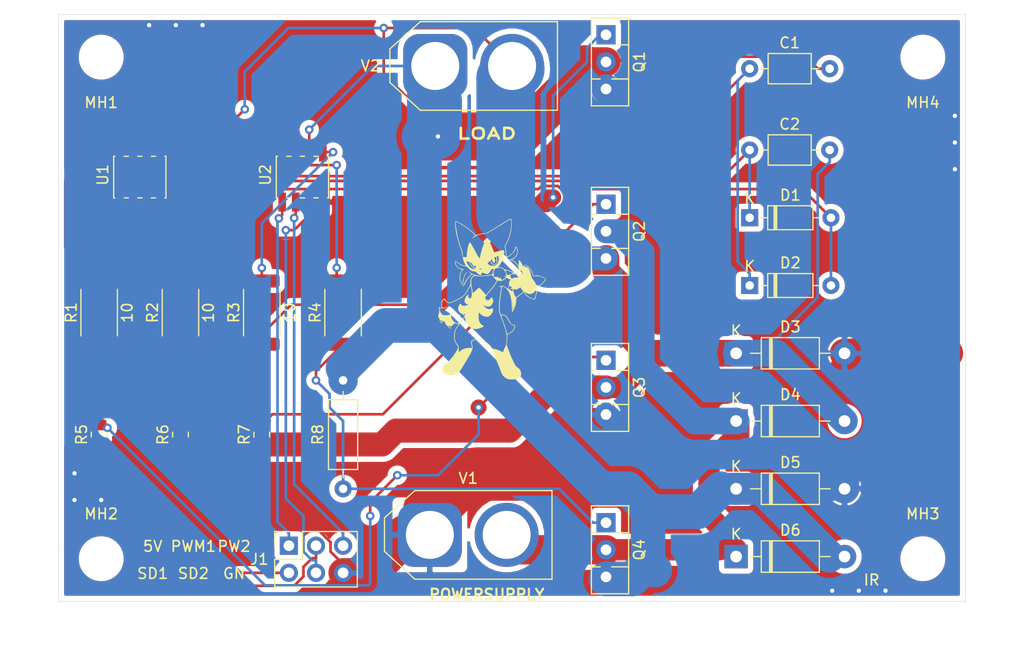
<source format=kicad_pcb>
(kicad_pcb (version 20171130) (host pcbnew "(5.1.10)-1")
  (title_block (date 2022-12-08))
  (layers (0 F.Cu signal) (31 B.Cu signal) (34 B.Paste user) (35 F.Paste user) (36 B.SilkS user) (37 F.SilkS user) (38 B.Mask user) (39 F.Mask user) (44 Edge.Cuts user))
  (net 0 "")
  (net 1 "Net-(C1-Pad1)")
  (net 2 "Net-(C1-Pad2)")
  (net 3 "Net-(C2-Pad2)")
  (net 4 "Net-(C2-Pad1)")
  (net 5 5V)
  (net 6 SD1)
  (net 7 PWM1)
  (net 8 SD2)
  (net 9 PWM2)
  (net 10 GND)
  (net 11 "Net-(Q1-Pad1)")
  (net 12 "Net-(Q2-Pad1)")
  (net 13 "Net-(Q3-Pad1)")
  (net 14 "Net-(Q4-Pad1)")
  (net 15 "Net-(R1-Pad2)")
  (net 16 "Net-(R2-Pad2)")
  (net 17 "Net-(R3-Pad2)")
  (net 18 "Net-(R4-Pad2)")
  (net 19 "Net-(D4-Pad1)")
  (module IR2302:nyarohte (layer F.Cu) (at 90.64 66.67)
    (fp_text reference G*** hide)
    (fp_text value LOGO hide)
  )
  (module MountingHole:MountingHole_3.2mm_M3 (layer F.Cu) (at 131 44)
    (fp_text reference MH4 (at 0 4.26) (layer F.SilkS))
    (fp_text value MountingHole_3.2mm_M3)
    (pad 1 np_thru_hole circle (at 0 0) (size 3.2 3.2) (drill 3.2) (layers *.Cu *.Mask))
  )
  (module MountingHole:MountingHole_3.2mm_M3 (layer F.Cu) (at 131 91)
    (fp_text reference MH3 (at 0 -4.2) (layer F.SilkS))
    (fp_text value MountingHole_3.2mm_M3)
    (pad 1 np_thru_hole circle (at 0 0) (size 3.2 3.2) (drill 3.2) (layers *.Cu *.Mask))
  )
  (module MountingHole:MountingHole_3.2mm_M3 (layer F.Cu) (at 54 91)
    (fp_text reference MH2 (at 0 -4.2) (layer F.SilkS))
    (fp_text value MountingHole_3.2mm_M3)
    (pad 1 np_thru_hole circle (at 0 0) (size 3.2 3.2) (drill 3.2) (layers *.Cu *.Mask))
  )
  (module MountingHole:MountingHole_3.2mm_M3 (layer F.Cu) (at 54 44)
    (fp_text reference MH1 (at 0 4.26) (layer F.SilkS))
    (fp_text value MountingHole_3.2mm_M3)
    (pad 1 np_thru_hole circle (at 0 0) (size 3.2 3.2) (drill 3.2) (layers *.Cu *.Mask))
  )
  (module Capacitor_THT:C_Axial_L3.8mm_D2.6mm_P7.50mm_Horizontal (layer F.Cu) (at 114.77 45.08)
    (fp_text reference C1 (at 3.75 -2.42) (layer F.SilkS))
    (fp_text value 10u)
    (pad 1 thru_hole circle (at 0 0) (size 1.6 1.6) (drill 0.8) (layers *.Cu *.Mask) (net 1 "Net-(C1-Pad1)"))
    (pad 2 thru_hole oval (at 7.5 0) (size 1.6 1.6) (drill 0.8) (layers *.Cu *.Mask) (net 2 "Net-(C1-Pad2)"))
  )
  (module Capacitor_THT:C_Axial_L3.8mm_D2.6mm_P7.50mm_Horizontal (layer F.Cu) (at 114.77 52.7)
    (fp_text reference C2 (at 3.75 -2.42) (layer F.SilkS))
    (fp_text value 10u)
    (pad 2 thru_hole oval (at 7.5 0) (size 1.6 1.6) (drill 0.8) (layers *.Cu *.Mask) (net 3 "Net-(C2-Pad2)"))
    (pad 1 thru_hole circle (at 0 0) (size 1.6 1.6) (drill 0.8) (layers *.Cu *.Mask) (net 4 "Net-(C2-Pad1)"))
  )
  (module Diode_THT:D_DO-35_SOD27_P7.62mm_Horizontal (layer F.Cu) (at 114.77 59.05)
    (fp_text reference D1 (at 3.81 -2.12) (layer F.SilkS))
    (fp_text value 1N4148)
    (fp_text user K (at 0 -1.8) (layer F.SilkS))
    (pad 1 thru_hole rect (at 0 0) (size 1.6 1.6) (drill 0.8) (layers *.Cu *.Mask) (net 4 "Net-(C2-Pad1)"))
    (pad 2 thru_hole oval (at 7.62 0) (size 1.6 1.6) (drill 0.8) (layers *.Cu *.Mask) (net 5 5V))
  )
  (module Diode_THT:D_DO-35_SOD27_P7.62mm_Horizontal (layer F.Cu) (at 114.77 65.4)
    (fp_text reference D2 (at 3.81 -2.12) (layer F.SilkS))
    (fp_text value 1N4148)
    (fp_text user K (at 0 -1.8) (layer F.SilkS))
    (pad 2 thru_hole oval (at 7.62 0) (size 1.6 1.6) (drill 0.8) (layers *.Cu *.Mask) (net 5 5V))
    (pad 1 thru_hole rect (at 0 0) (size 1.6 1.6) (drill 0.8) (layers *.Cu *.Mask) (net 1 "Net-(C1-Pad1)"))
  )
  (module Connector_PinSocket_2.54mm:PinSocket_2x03_P2.54mm_Vertical (layer F.Cu) (at 71.59 89.784 90)
    (fp_text reference J1 (at -1.27 -2.77 180) (layer F.SilkS))
    (fp_text value Conn_02x03_Odd_Even)
    (pad 1 thru_hole rect (at 0 0 90) (size 1.7 1.7) (drill 1) (layers *.Cu *.Mask) (net 5 5V))
    (pad 2 thru_hole oval (at -2.54 0 90) (size 1.7 1.7) (drill 1) (layers *.Cu *.Mask) (net 6 SD1))
    (pad 3 thru_hole oval (at 0 2.54 90) (size 1.7 1.7) (drill 1) (layers *.Cu *.Mask) (net 7 PWM1))
    (pad 4 thru_hole oval (at -2.54 2.54 90) (size 1.7 1.7) (drill 1) (layers *.Cu *.Mask) (net 8 SD2))
    (pad 5 thru_hole oval (at 0 5.08 90) (size 1.7 1.7) (drill 1) (layers *.Cu *.Mask) (net 9 PWM2))
    (pad 6 thru_hole oval (at -2.54 5.08 90) (size 1.7 1.7) (drill 1) (layers *.Cu *.Mask) (net 10 GND))
  )
  (module Package_TO_SOT_THT:TO-126-3_Vertical (layer F.Cu) (at 101.308 41.905 270)
    (fp_text reference Q1 (at 2.54 -3.12 90) (layer F.SilkS))
    (fp_text value Nch_MOS_FET)
    (pad 1 thru_hole rect (at 0 0 270) (size 1.8 1.8) (drill 1) (layers *.Cu *.Mask) (net 11 "Net-(Q1-Pad1)"))
    (pad 2 thru_hole oval (at 2.54 0 270) (size 1.8 1.8) (drill 1) (layers *.Cu *.Mask) (net 2 "Net-(C1-Pad2)"))
    (pad 3 thru_hole oval (at 5.08 0 270) (size 1.8 1.8) (drill 1) (layers *.Cu *.Mask) (net 10 GND))
  )
  (module Package_TO_SOT_THT:TO-126-3_Vertical (layer F.Cu) (at 101.308 57.78 270)
    (fp_text reference Q2 (at 2.54 -3.12 90) (layer F.SilkS))
    (fp_text value Nch_MOS_FET)
    (pad 1 thru_hole rect (at 0 0 270) (size 1.8 1.8) (drill 1) (layers *.Cu *.Mask) (net 12 "Net-(Q2-Pad1)"))
    (pad 2 thru_hole oval (at 2.54 0 270) (size 1.8 1.8) (drill 1) (layers *.Cu *.Mask) (net 19 "Net-(D4-Pad1)"))
    (pad 3 thru_hole oval (at 5.08 0 270) (size 1.8 1.8) (drill 1) (layers *.Cu *.Mask) (net 3 "Net-(C2-Pad2)"))
  )
  (module Package_TO_SOT_THT:TO-126-3_Vertical (layer F.Cu) (at 101.308 72.41 270)
    (fp_text reference Q3 (at 2.54 -3.12 90) (layer F.SilkS))
    (fp_text value Nch_MOS_FET)
    (pad 1 thru_hole rect (at 0 0 270) (size 1.8 1.8) (drill 1) (layers *.Cu *.Mask) (net 13 "Net-(Q3-Pad1)"))
    (pad 2 thru_hole oval (at 2.54 0 270) (size 1.8 1.8) (drill 1) (layers *.Cu *.Mask) (net 3 "Net-(C2-Pad2)"))
    (pad 3 thru_hole oval (at 5.08 0 270) (size 1.8 1.8) (drill 1) (layers *.Cu *.Mask) (net 10 GND))
  )
  (module Package_TO_SOT_THT:TO-126-3_Vertical (layer F.Cu) (at 101.308 87.625 270)
    (fp_text reference Q4 (at 2.54 -3.12 90) (layer F.SilkS))
    (fp_text value Nch_MOS_FET)
    (pad 3 thru_hole oval (at 5.08 0 270) (size 1.8 1.8) (drill 1) (layers *.Cu *.Mask) (net 2 "Net-(C1-Pad2)"))
    (pad 2 thru_hole oval (at 2.54 0 270) (size 1.8 1.8) (drill 1) (layers *.Cu *.Mask) (net 19 "Net-(D4-Pad1)"))
    (pad 1 thru_hole rect (at 0 0 270) (size 1.8 1.8) (drill 1) (layers *.Cu *.Mask) (net 14 "Net-(Q4-Pad1)"))
  )
  (module Resistor_SMD:R_2512_6332Metric (layer F.Cu) (at 53.81 67.94 90)
    (fp_text reference R1 (at 0 -2.62 90) (layer F.SilkS))
    (fp_text value 10 (at 0 2.62 90) (layer F.SilkS))
    (pad 2 smd roundrect (at 2.9625 0 90) (size 1.225 3.35) (layers F.Cu F.Paste F.Mask) (roundrect_rratio 0.2040808163265306) (net 15 "Net-(R1-Pad2)"))
    (pad 1 smd roundrect (at -2.9625 0 90) (size 1.225 3.35) (layers F.Cu F.Paste F.Mask) (roundrect_rratio 0.2040808163265306) (net 13 "Net-(Q3-Pad1)"))
  )
  (module Resistor_SMD:R_2512_6332Metric (layer F.Cu) (at 61.43 67.94 90)
    (fp_text reference R2 (at 0 -2.62 90) (layer F.SilkS))
    (fp_text value 10 (at 0 2.62 90) (layer F.SilkS))
    (pad 1 smd roundrect (at -2.9625 0 90) (size 1.225 3.35) (layers F.Cu F.Paste F.Mask) (roundrect_rratio 0.2040808163265306) (net 12 "Net-(Q2-Pad1)"))
    (pad 2 smd roundrect (at 2.9625 0 90) (size 1.225 3.35) (layers F.Cu F.Paste F.Mask) (roundrect_rratio 0.2040808163265306) (net 16 "Net-(R2-Pad2)"))
  )
  (module Resistor_SMD:R_2512_6332Metric (layer F.Cu) (at 69.05 67.94 90)
    (fp_text reference R3 (at 0 -2.62 90) (layer F.SilkS))
    (fp_text value 10 (at 0 2.62 90) (layer F.SilkS))
    (pad 1 smd roundrect (at -2.9625 0 90) (size 1.225 3.35) (layers F.Cu F.Paste F.Mask) (roundrect_rratio 0.2040808163265306) (net 11 "Net-(Q1-Pad1)"))
    (pad 2 smd roundrect (at 2.9625 0 90) (size 1.225 3.35) (layers F.Cu F.Paste F.Mask) (roundrect_rratio 0.2040808163265306) (net 17 "Net-(R3-Pad2)"))
  )
  (module Resistor_THT:R_Axial_DIN0207_L6.3mm_D2.5mm_P10.16mm_Horizontal (layer F.Cu) (at 76.67 84.45 90)
    (fp_text reference R8 (at 5.08 -2.37 90) (layer F.SilkS))
    (fp_text value 10K)
    (pad 1 thru_hole circle (at 0 0 90) (size 1.6 1.6) (drill 0.8) (layers *.Cu *.Mask) (net 14 "Net-(Q4-Pad1)"))
    (pad 2 thru_hole oval (at 10.16 0 90) (size 1.6 1.6) (drill 0.8) (layers *.Cu *.Mask) (net 2 "Net-(C1-Pad2)"))
  )
  (module Connector_AMASS:AMASS_XT60-M_1x02_P7.20mm_Vertical (layer F.Cu) (at 84.798 88.768)
    (fp_text reference V1 (at 3.6 -5.3 180) (layer F.SilkS))
    (fp_text value XT60)
    (pad 2 thru_hole circle (at 7.2 0) (size 6 6) (drill 4.5) (layers *.Cu *.Mask) (net 19 "Net-(D4-Pad1)"))
    (pad 1 thru_hole roundrect (at 0 0) (size 6 6) (drill 4.5) (layers *.Cu *.Mask) (net 10 GND))
  )
  (module Connector_AMASS:AMASS_XT60-F_1x02_P7.20mm_Vertical (layer F.Cu) (at 85.306 44.826)
    (fp_text reference V2 (at -6.0705 -0.005 180) (layer F.SilkS))
    (fp_text value XT60)
    (pad 2 thru_hole circle (at 7.2 0) (size 6 6) (drill 4.5) (layers *.Cu *.Mask) (net 3 "Net-(C2-Pad2)"))
    (pad 1 thru_hole roundrect (at 0 0) (size 6 6) (drill 4.5) (layers *.Cu *.Mask) (net 2 "Net-(C1-Pad2)"))
  )
  (module Resistor_SMD:R_2512_6332Metric (layer F.Cu) (at 76.67 67.94 90)
    (fp_text reference R4 (at 0 -2.62 90) (layer F.SilkS))
    (fp_text value 10)
    (pad 1 smd roundrect (at -2.9625 0 90) (size 1.225 3.35) (layers F.Cu F.Paste F.Mask) (roundrect_rratio 0.2040816326530612) (net 14 "Net-(Q4-Pad1)"))
    (pad 2 smd roundrect (at 2.9625 0 90) (size 1.225 3.35) (layers F.Cu F.Paste F.Mask) (roundrect_rratio 0.2040816326530612) (net 18 "Net-(R4-Pad2)"))
  )
  (module Diode_THT:D_DO-41_SOD81_P10.16mm_Horizontal (layer F.Cu) (at 113.5 71.75)
    (fp_text reference D3 (at 5.08 -2.47) (layer F.SilkS))
    (fp_text value 1N4007)
    (fp_text user K (at 0 -2.1) (layer F.SilkS))
    (pad 1 thru_hole rect (at 0 0) (size 2.2 2.2) (drill 1.1) (layers *.Cu *.Mask) (net 3 "Net-(C2-Pad2)"))
    (pad 2 thru_hole oval (at 10.16 0) (size 2.2 2.2) (drill 1.1) (layers *.Cu *.Mask) (net 10 GND))
  )
  (module Diode_THT:D_DO-41_SOD81_P10.16mm_Horizontal (layer F.Cu) (at 113.5 78.1)
    (fp_text reference D4 (at 5.08 -2.47) (layer F.SilkS))
    (fp_text value 1N4007)
    (fp_text user K (at 0 -2.1) (layer F.SilkS))
    (pad 1 thru_hole rect (at 0 0) (size 2.2 2.2) (drill 1.1) (layers *.Cu *.Mask) (net 19 "Net-(D4-Pad1)"))
    (pad 2 thru_hole oval (at 10.16 0) (size 2.2 2.2) (drill 1.1) (layers *.Cu *.Mask) (net 3 "Net-(C2-Pad2)"))
  )
  (module Diode_THT:D_DO-41_SOD81_P10.16mm_Horizontal (layer F.Cu) (at 113.5 84.45)
    (fp_text reference D5 (at 5.08 -2.47) (layer F.SilkS))
    (fp_text value 1N4007)
    (fp_text user K (at 0 -2.1) (layer F.SilkS))
    (pad 2 thru_hole oval (at 10.16 0) (size 2.2 2.2) (drill 1.1) (layers *.Cu *.Mask) (net 10 GND))
    (pad 1 thru_hole rect (at 0 0) (size 2.2 2.2) (drill 1.1) (layers *.Cu *.Mask) (net 2 "Net-(C1-Pad2)"))
  )
  (module Diode_THT:D_DO-41_SOD81_P10.16mm_Horizontal (layer F.Cu) (at 113.5 90.8)
    (fp_text reference D6 (at 5.08 -2.47) (layer F.SilkS))
    (fp_text value 1N4007)
    (fp_text user K (at 0 -2.1) (layer F.SilkS))
    (pad 2 thru_hole oval (at 10.16 0) (size 2.2 2.2) (drill 1.1) (layers *.Cu *.Mask) (net 2 "Net-(C1-Pad2)"))
    (pad 1 thru_hole rect (at 0 0) (size 2.2 2.2) (drill 1.1) (layers *.Cu *.Mask) (net 19 "Net-(D4-Pad1)"))
  )
  (module Resistor_SMD:R_0805_2012Metric (layer F.Cu) (at 53.81 79.37 90)
    (fp_text reference R5 (at 0 -1.65 90) (layer F.SilkS))
    (fp_text value 10K)
    (pad 1 smd roundrect (at -0.9125 0 90) (size 1.025 1.4) (layers F.Cu F.Paste F.Mask) (roundrect_rratio 0.2439014634146341) (net 10 GND))
    (pad 2 smd roundrect (at 0.9125 0 90) (size 1.025 1.4) (layers F.Cu F.Paste F.Mask) (roundrect_rratio 0.2439014634146341) (net 13 "Net-(Q3-Pad1)"))
  )
  (module IR2302:IR2302 (layer F.Cu) (at 57.62 55.24 90)
    (fp_text reference U1 (at 0.21 -3.47 90) (layer F.SilkS))
    (fp_text value IR2302)
    (pad 1 smd rect (at -2.34 -1.9 90) (size 1.78 0.72) (layers F.Cu F.Paste F.Mask) (net 5 5V))
    (pad 2 smd rect (at -2.34 -0.63 90) (size 1.78 0.72) (layers F.Cu F.Paste F.Mask) (net 7 PWM1))
    (pad 3 smd rect (at -2.34 0.64 90) (size 1.78 0.72) (layers F.Cu F.Paste F.Mask) (net 6 SD1))
    (pad 4 smd rect (at -2.34 1.91 90) (size 1.78 0.72) (layers F.Cu F.Paste F.Mask) (net 10 GND))
    (pad 5 smd rect (at 2.34 1.91 90) (size 1.78 0.72) (layers F.Cu F.Paste F.Mask) (net 15 "Net-(R1-Pad2)"))
    (pad 6 smd rect (at 2.34 0.64 90) (size 1.78 0.72) (layers F.Cu F.Paste F.Mask) (net 3 "Net-(C2-Pad2)"))
    (pad 7 smd rect (at 2.34 -0.63 90) (size 1.78 0.72) (layers F.Cu F.Paste F.Mask) (net 16 "Net-(R2-Pad2)"))
    (pad 8 smd rect (at 2.34 -1.9 90) (size 1.78 0.72) (layers F.Cu F.Paste F.Mask) (net 4 "Net-(C2-Pad1)"))
  )
  (module IR2302:IR2302 (layer F.Cu) (at 72.86 55.24 90)
    (fp_text reference U2 (at 0.21 -3.47 90) (layer F.SilkS))
    (fp_text value IR2302)
    (pad 8 smd rect (at 2.34 -1.9 90) (size 1.78 0.72) (layers F.Cu F.Paste F.Mask) (net 1 "Net-(C1-Pad1)"))
    (pad 7 smd rect (at 2.34 -0.63 90) (size 1.78 0.72) (layers F.Cu F.Paste F.Mask) (net 18 "Net-(R4-Pad2)"))
    (pad 6 smd rect (at 2.34 0.64 90) (size 1.78 0.72) (layers F.Cu F.Paste F.Mask) (net 2 "Net-(C1-Pad2)"))
    (pad 5 smd rect (at 2.34 1.91 90) (size 1.78 0.72) (layers F.Cu F.Paste F.Mask) (net 17 "Net-(R3-Pad2)"))
    (pad 4 smd rect (at -2.34 1.91 90) (size 1.78 0.72) (layers F.Cu F.Paste F.Mask) (net 10 GND))
    (pad 3 smd rect (at -2.34 0.64 90) (size 1.78 0.72) (layers F.Cu F.Paste F.Mask) (net 8 SD2))
    (pad 2 smd rect (at -2.34 -0.63 90) (size 1.78 0.72) (layers F.Cu F.Paste F.Mask) (net 9 PWM2))
    (pad 1 smd rect (at -2.34 -1.9 90) (size 1.78 0.72) (layers F.Cu F.Paste F.Mask) (net 5 5V))
  )
  (module Resistor_SMD:R_0805_2012Metric (layer F.Cu) (at 61.43 79.37 90)
    (fp_text reference R6 (at 0 -1.65 90) (layer F.SilkS))
    (fp_text value 10K)
    (pad 1 smd roundrect (at -0.9125 0 90) (size 1.025 1.4) (layers F.Cu F.Paste F.Mask) (roundrect_rratio 0.2439014634146341) (net 10 GND))
    (pad 2 smd roundrect (at 0.9125 0 90) (size 1.025 1.4) (layers F.Cu F.Paste F.Mask) (roundrect_rratio 0.2439014634146341) (net 11 "Net-(Q1-Pad1)"))
  )
  (module Resistor_SMD:R_0805_2012Metric (layer F.Cu) (at 69.05 79.37 90)
    (fp_text reference R7 (at 0 -1.65 90) (layer F.SilkS))
    (fp_text value 10K)
    (pad 1 smd roundrect (at -0.9125 0 90) (size 1.025 1.4) (layers F.Cu F.Paste F.Mask) (roundrect_rratio 0.2439014634146341) (net 3 "Net-(C2-Pad2)"))
    (pad 2 smd roundrect (at 0.9125 0 90) (size 1.025 1.4) (layers F.Cu F.Paste F.Mask) (roundrect_rratio 0.2439014634146341) (net 12 "Net-(Q2-Pad1)"))
  )
  (gr_line (start 135 40) (end 130 40) (layer Edge.Cuts) (width 0.05))
  (gr_line (start 135 95) (end 135 40) (layer Edge.Cuts) (width 0.05))
  (gr_line (start 50 95) (end 135 95) (layer Edge.Cuts) (width 0.05))
  (gr_line (start 50 90) (end 50 95) (layer Edge.Cuts) (width 0.05))
  (gr_line (start 130 40) (end 50 40) (layer Edge.Cuts) (width 0.05))
  (gr_line (start 50 40) (end 50 90) (layer Edge.Cuts) (width 0.05))
  (gr_text "LOAD\n" (at 90.132 51.176) (layer F.SilkS) (effects (font (size 1 1.5) (thickness 0.25))))
  (gr_text POWERSUPPLY (at 90.132 94.356) (layer F.SilkS) (effects (font (size 1 1) (thickness 0.2))))
  (gr_text "GN\n" (at 66.45 92.384) (layer F.SilkS) (effects (font (size 1 1))))
  (gr_text "SD2\n" (at 62.64 92.384) (layer F.SilkS) (effects (font (size 1 1))))
  (gr_text "SD1\n" (at 58.83 92.384) (layer F.SilkS) (effects (font (size 1 1))))
  (gr_text "PW2\n" (at 66.45 89.844) (layer F.SilkS) (effects (font (size 1 1))))
  (gr_text "PWM1\n" (at 62.64 89.844) (layer F.SilkS) (effects (font (size 1 1))))
  (gr_text 5V (at 58.83 89.844) (layer F.SilkS) (effects (font (size 1 1))))
  (gr_text "IR\n" (at 126.2 93) (layer F.SilkS) (effects (font (size 1 1))))
  (segment (start 114.77 65.4) (end 114.77 64.2747) (width 0.25) (layer B.Cu) (net 1))
  (segment (start 114.77 45.08) (end 113.6447 46.2053) (width 0.25) (layer B.Cu) (net 1))
  (segment (start 113.6447 46.2053) (end 113.6447 63.1494) (width 0.25) (layer B.Cu) (net 1))
  (segment (start 113.6447 63.1494) (end 114.77 64.2747) (width 0.25) (layer B.Cu) (net 1))
  (segment (start 114.77 45.08) (end 104.69999 55.15001) (width 0.25) (layer F.Cu) (net 1))
  (segment (start 104.69999 55.15001) (end 72.07001 55.15001) (width 0.25) (layer F.Cu) (net 1))
  (segment (start 72.07001 55.15001) (end 70.96 54.04) (width 0.25) (layer F.Cu) (net 1))
  (segment (start 70.96 54.04) (end 70.96 52.9) (width 0.25) (layer F.Cu) (net 1))
  (segment (start 122.2347 90.8) (end 115.8847 84.45) (width 3) (layer B.Cu) (net 2))
  (segment (start 115.8847 84.45) (end 113.5 84.45) (width 3) (layer B.Cu) (net 2))
  (segment (start 76.67 73.1647) (end 80.6935 69.1412) (width 3.25) (layer B.Cu) (net 2))
  (segment (start 80.6935 69.1412) (end 85.0843 69.1412) (width 3.25) (layer B.Cu) (net 2))
  (segment (start 85.0843 69.1412) (end 85.306 68.9195) (width 0.25) (layer B.Cu) (net 2))
  (segment (start 76.67 74.29) (end 76.67 73.1647) (width 2.75) (layer B.Cu) (net 2))
  (segment (start 123.66 90.8) (end 122.2347 90.8) (width 0.25) (layer B.Cu) (net 2))
  (segment (start 122.27 45.08) (end 121.1447 45.08) (width 0.25) (layer F.Cu) (net 2))
  (segment (start 101.308 44.445) (end 102.5333 44.445) (width 0.25) (layer F.Cu) (net 2))
  (segment (start 102.5333 44.445) (end 103.0236 43.9547) (width 0.25) (layer F.Cu) (net 2))
  (segment (start 103.0236 43.9547) (end 120.0194 43.9547) (width 0.25) (layer F.Cu) (net 2))
  (segment (start 120.0194 43.9547) (end 121.1447 45.08) (width 0.25) (layer F.Cu) (net 2))
  (segment (start 85.306 44.826) (end 85.306 46.731) (width 4.5) (layer B.Cu) (net 2))
  (segment (start 112.0747 84.45) (end 109.9345 86.5902) (width 3.25) (layer B.Cu) (net 2))
  (segment (start 113.5 84.45) (end 112.0747 84.45) (width 3) (layer B.Cu) (net 2))
  (segment (start 84.29 45.842) (end 85.306 44.826) (width 3.25) (layer B.Cu) (net 2))
  (segment (start 84.29 67.9035) (end 84.29 45.842) (width 3.25) (layer B.Cu) (net 2))
  (segment (start 85.306 68.9195) (end 84.29 67.9035) (width 1.25) (layer B.Cu) (net 2))
  (segment (start 85.306 44.826) (end 79.7815 44.826) (width 0.25) (layer B.Cu) (net 2))
  (segment (start 79.7815 44.826) (end 79.464 44.826) (width 0.25) (layer B.Cu) (net 2))
  (segment (start 79.464 44.826) (end 73.495 50.795) (width 0.25) (layer B.Cu) (net 2))
  (via (at 73.495 50.795) (size 0.8) (drill 0.4) (layers F.Cu B.Cu) (net 2))
  (segment (start 73.5 50.8) (end 73.495 50.795) (width 0.25) (layer F.Cu) (net 2))
  (segment (start 73.5 52.9) (end 73.5 50.8) (width 0.25) (layer F.Cu) (net 2))
  (segment (start 100.165 44.445) (end 101.308 44.445) (width 1.5) (layer F.Cu) (net 2))
  (segment (start 101.308 44.445) (end 100.0827 44.445) (width 2.75) (layer F.Cu) (net 2))
  (segment (start 91.91 52.7) (end 97.3731 47.2369) (width 3.75) (layer F.Cu) (net 2))
  (segment (start 101.308 92.705) (end 101.308 92.640001) (width 2.75) (layer B.Cu) (net 2))
  (segment (start 103.34 84.45) (end 105.245 86.355) (width 3.25) (layer B.Cu) (net 2))
  (segment (start 100.8 84.45) (end 103.34 84.45) (width 3.25) (layer B.Cu) (net 2))
  (segment (start 85.56 69.21) (end 100.8 84.45) (width 3.25) (layer B.Cu) (net 2))
  (segment (start 105.245 91.435) (end 105.88 92.07) (width 3.25) (layer B.Cu) (net 2))
  (segment (start 105.245 86.5902) (end 105.245 91.435) (width 3.25) (layer B.Cu) (net 2))
  (segment (start 109.9345 86.5902) (end 105.245 86.5902) (width 3.25) (layer B.Cu) (net 2))
  (segment (start 85.56 50.16) (end 84.29 51.43) (width 4) (layer B.Cu) (net 2))
  (segment (start 85.56 48.08) (end 85.56 50.16) (width 4.5) (layer B.Cu) (net 2))
  (segment (start 85.306 47.826) (end 85.56 48.08) (width 4) (layer B.Cu) (net 2))
  (segment (start 98.457999 45.616999) (end 99.319997 44.755001) (width 3.75) (layer F.Cu) (net 2))
  (segment (start 98.457999 46.152001) (end 98.457999 45.616999) (width 3.5) (layer F.Cu) (net 2))
  (segment (start 97.3731 47.2369) (end 98.457999 46.152001) (width 3.5) (layer F.Cu) (net 2))
  (segment (start 84.29 51.43) (end 85.56 51.43) (width 4.25) (layer B.Cu) (net 2))
  (segment (start 85.56 51.43) (end 85.56 51.43) (width 4.25) (layer B.Cu) (net 2))
  (via (at 85.56 51.43) (size 0.8) (drill 0.4) (layers F.Cu B.Cu) (net 2))
  (segment (start 103.789999 92.890001) (end 101.308 92.890001) (width 3.25) (layer B.Cu) (net 2))
  (segment (start 105.245 91.435) (end 103.789999 92.890001) (width 3.25) (layer B.Cu) (net 2))
  (segment (start 91.785 52.575) (end 91.91 52.575) (width 4.5) (layer F.Cu) (net 2))
  (segment (start 90.64 51.43) (end 91.785 52.575) (width 4.5) (layer F.Cu) (net 2))
  (segment (start 85.56 51.43) (end 90.64 51.43) (width 4.5) (layer F.Cu) (net 2))
  (segment (start 58.26 52.9) (end 58.26 54.1153) (width 0.25) (layer F.Cu) (net 3))
  (segment (start 66.6141 49.7285) (end 62.2273 54.1153) (width 0.25) (layer F.Cu) (net 3))
  (segment (start 62.2273 54.1153) (end 58.26 54.1153) (width 0.25) (layer F.Cu) (net 3))
  (segment (start 115.8847 71.75) (end 121.1447 66.49) (width 0.25) (layer B.Cu) (net 3))
  (segment (start 121.1447 66.49) (end 121.1447 54.9506) (width 0.25) (layer B.Cu) (net 3))
  (segment (start 121.1447 54.9506) (end 122.27 53.8253) (width 0.25) (layer B.Cu) (net 3))
  (segment (start 122.27 52.7) (end 122.27 53.8253) (width 0.25) (layer B.Cu) (net 3))
  (segment (start 102.5334 65.3107) (end 102.5334 69.0384) (width 2.5) (layer F.Cu) (net 3))
  (segment (start 101.308 64.0853) (end 102.5334 65.3107) (width 2.5) (layer F.Cu) (net 3))
  (segment (start 101.308 62.86) (end 101.308 64.0853) (width 2.5) (layer F.Cu) (net 3))
  (segment (start 69.05 80.2825) (end 69.4075 80.64) (width 0.25) (layer F.Cu) (net 3))
  (segment (start 67.4526 48.89) (end 66.6141 49.7285) (width 0.25) (layer F.Cu) (net 3))
  (segment (start 83.789046 48.89) (end 80.48 45.580954) (width 0.25) (layer F.Cu) (net 3))
  (via (at 80.48 41.27) (size 0.8) (drill 0.4) (layers F.Cu B.Cu) (net 3))
  (segment (start 80.48 45.580954) (end 80.48 41.27) (width 0.25) (layer F.Cu) (net 3))
  (via (at 67.4526 48.89) (size 0.8) (drill 0.4) (layers F.Cu B.Cu) (net 3))
  (segment (start 102.5334 69.0384) (end 105.245 71.75) (width 2.5) (layer F.Cu) (net 3))
  (segment (start 101.308 62.86) (end 97.511938 62.86) (width 2.25) (layer B.Cu) (net 3))
  (segment (start 92.506 44.826) (end 88.95 41.27) (width 0.25) (layer F.Cu) (net 3))
  (segment (start 88.95 41.27) (end 80.48 41.27) (width 0.25) (layer F.Cu) (net 3))
  (segment (start 112.0747 71.75) (end 113.5 71.75) (width 2.5) (layer F.Cu) (net 3))
  (segment (start 105.245 71.75) (end 112.0747 71.75) (width 2.5) (layer F.Cu) (net 3))
  (segment (start 80.32542 80.29501) (end 69.05 80.29501) (width 2.25) (layer F.Cu) (net 3))
  (segment (start 81.25043 79.37) (end 80.32542 80.29501) (width 2.25) (layer F.Cu) (net 3))
  (segment (start 97.511938 62.86) (end 95.980969 62.86) (width 5.5) (layer B.Cu) (net 3))
  (segment (start 92.800011 45.120011) (end 92.675011 44.995011) (width 5) (layer B.Cu) (net 3))
  (segment (start 67.4526 45.366475) (end 67.4526 48.89) (width 0.25) (layer B.Cu) (net 3))
  (segment (start 71.549075 41.27) (end 67.4526 45.366475) (width 0.25) (layer B.Cu) (net 3))
  (segment (start 80.48 41.27) (end 71.549075 41.27) (width 0.25) (layer B.Cu) (net 3))
  (segment (start 91.91 46.010022) (end 92.800011 45.120011) (width 5.5) (layer B.Cu) (net 3))
  (segment (start 91.91 58.789031) (end 91.91 46.010022) (width 5.5) (layer B.Cu) (net 3))
  (segment (start 95.980969 62.86) (end 91.91 58.789031) (width 5.5) (layer B.Cu) (net 3))
  (segment (start 117.31 71.75) (end 113.5 71.75) (width 2.5) (layer B.Cu) (net 3))
  (segment (start 123.66 78.1) (end 117.31 71.75) (width 2.5) (layer B.Cu) (net 3))
  (segment (start 81.25043 79.37) (end 81.20542 79.41501) (width 2) (layer F.Cu) (net 3))
  (segment (start 102.7497 74.95) (end 101.308 74.95) (width 2) (layer F.Cu) (net 3))
  (segment (start 104.4975 73.2022) (end 102.7497 74.95) (width 2) (layer F.Cu) (net 3))
  (segment (start 104.4975 71.0025) (end 104.4975 73.2022) (width 2) (layer F.Cu) (net 3))
  (segment (start 92.28 79) (end 81.62043 79) (width 2.25) (layer F.Cu) (net 3))
  (segment (start 81.62043 79) (end 81.25043 79.37) (width 2.25) (layer F.Cu) (net 3))
  (segment (start 96.33 74.95) (end 92.28 79) (width 2.25) (layer F.Cu) (net 3))
  (segment (start 101.308 74.95) (end 96.33 74.95) (width 2.25) (layer F.Cu) (net 3))
  (segment (start 114.77 59.05) (end 114.77 52.7) (width 0.25) (layer B.Cu) (net 4))
  (segment (start 55.72 54.04) (end 55.72 52.9) (width 0.25) (layer F.Cu) (net 4))
  (segment (start 57.280021 55.600021) (end 55.72 54.04) (width 0.25) (layer F.Cu) (net 4))
  (segment (start 114.77 52.7) (end 111.869979 55.600021) (width 0.25) (layer F.Cu) (net 4))
  (segment (start 111.869979 55.600021) (end 57.280021 55.600021) (width 0.25) (layer F.Cu) (net 4))
  (segment (start 70.96 58.7953) (end 70.6511 59.1042) (width 0.25) (layer F.Cu) (net 5))
  (segment (start 71.59 88.6087) (end 70.5224 87.5411) (width 0.25) (layer B.Cu) (net 5))
  (segment (start 70.5224 87.5411) (end 70.5224 59.2329) (width 0.25) (layer B.Cu) (net 5))
  (segment (start 70.5224 59.2329) (end 70.6511 59.1042) (width 0.25) (layer B.Cu) (net 5))
  (segment (start 71.59 89.784) (end 71.59 88.6087) (width 0.25) (layer B.Cu) (net 5))
  (segment (start 70.96 57.58) (end 70.96 58.7953) (width 0.25) (layer F.Cu) (net 5))
  (segment (start 70.96 56.4773) (end 70.96 56.3647) (width 0.25) (layer F.Cu) (net 5))
  (segment (start 70.96 57.58) (end 70.96 56.4773) (width 0.25) (layer F.Cu) (net 5))
  (segment (start 55.72 57.58) (end 55.72 56.3647) (width 0.25) (layer F.Cu) (net 5))
  (segment (start 70.96 56.3647) (end 55.72 56.3647) (width 0.25) (layer F.Cu) (net 5))
  (segment (start 122.39 65.4) (end 122.39 59.05) (width 0.25) (layer B.Cu) (net 5))
  (via (at 70.6511 59.1042) (size 0.8) (layers F.Cu B.Cu) (net 5))
  (segment (start 94.978305 56.3647) (end 95.273016 56.069989) (width 0.25) (layer F.Cu) (net 5))
  (segment (start 70.96 56.3647) (end 94.978305 56.3647) (width 0.25) (layer F.Cu) (net 5))
  (segment (start 95.273016 56.069989) (end 96.800284 56.069989) (width 0.25) (layer F.Cu) (net 5))
  (segment (start 96.800284 56.069989) (end 97.094995 56.3647) (width 0.25) (layer F.Cu) (net 5))
  (segment (start 121.590001 58.250001) (end 122.39 59.05) (width 0.25) (layer F.Cu) (net 5))
  (segment (start 97.094995 56.3647) (end 119.7047 56.3647) (width 0.25) (layer F.Cu) (net 5))
  (segment (start 119.7047 56.3647) (end 121.590001 58.250001) (width 0.25) (layer F.Cu) (net 5))
  (segment (start 71.59 92.324) (end 64.2469 92.324) (width 0.25) (layer F.Cu) (net 6))
  (segment (start 64.2469 92.324) (end 51.301 79.3781) (width 0.25) (layer F.Cu) (net 6))
  (segment (start 51.301 79.3781) (end 51.301 70.0848) (width 0.25) (layer F.Cu) (net 6))
  (segment (start 51.301 70.0848) (end 54.949 66.4368) (width 0.25) (layer F.Cu) (net 6))
  (segment (start 54.949 66.4368) (end 63.215 66.4368) (width 0.25) (layer F.Cu) (net 6))
  (segment (start 63.215 66.4368) (end 63.9075 65.7443) (width 0.25) (layer F.Cu) (net 6))
  (segment (start 63.9075 65.7443) (end 63.9075 64.1852) (width 0.25) (layer F.Cu) (net 6))
  (segment (start 63.9075 64.1852) (end 58.26 58.5377) (width 0.25) (layer F.Cu) (net 6))
  (segment (start 58.26 58.5377) (end 58.26 57.58) (width 0.25) (layer F.Cu) (net 6))
  (segment (start 74.13 89.784) (end 74.13 90.9593) (width 0.25) (layer F.Cu) (net 7))
  (segment (start 57.8807 58.7953) (end 63.4572 64.3718) (width 0.25) (layer F.Cu) (net 7))
  (segment (start 63.4572 64.3718) (end 63.4572 65.5577) (width 0.25) (layer F.Cu) (net 7))
  (segment (start 63.4572 65.5577) (end 63.0985 65.9164) (width 0.25) (layer F.Cu) (net 7))
  (segment (start 63.0985 65.9164) (end 54.7917 65.9164) (width 0.25) (layer F.Cu) (net 7))
  (segment (start 54.7917 65.9164) (end 50.8506 69.8575) (width 0.25) (layer F.Cu) (net 7))
  (segment (start 50.8506 69.8575) (end 50.8506 79.6054) (width 0.25) (layer F.Cu) (net 7))
  (segment (start 50.8506 79.6054) (end 64.787 93.5418) (width 0.25) (layer F.Cu) (net 7))
  (segment (start 64.787 93.5418) (end 72.0788 93.5418) (width 0.25) (layer F.Cu) (net 7))
  (segment (start 72.0788 93.5418) (end 72.9547 92.6659) (width 0.25) (layer F.Cu) (net 7))
  (segment (start 72.9547 92.6659) (end 72.9547 91.7672) (width 0.25) (layer F.Cu) (net 7))
  (segment (start 72.9547 91.7672) (end 73.7626 90.9593) (width 0.25) (layer F.Cu) (net 7))
  (segment (start 73.7626 90.9593) (end 74.13 90.9593) (width 0.25) (layer F.Cu) (net 7))
  (segment (start 57.640298 58.7953) (end 57.8807 58.7953) (width 0.25) (layer F.Cu) (net 7))
  (segment (start 56.99 58.145002) (end 57.640298 58.7953) (width 0.25) (layer F.Cu) (net 7))
  (segment (start 56.99 57.58) (end 56.99 58.145002) (width 0.25) (layer F.Cu) (net 7))
  (segment (start 74.13 92.324) (end 74.13 91.1487) (width 0.25) (layer B.Cu) (net 8))
  (segment (start 73.5 57.58) (end 73.5 58.7953) (width 0.25) (layer F.Cu) (net 8))
  (segment (start 71.3032 60.2141) (end 71.3032 85.3533) (width 0.25) (layer B.Cu) (net 8))
  (segment (start 71.3032 85.3533) (end 72.9547 87.0048) (width 0.25) (layer B.Cu) (net 8))
  (segment (start 72.9547 87.0048) (end 72.9547 90.3408) (width 0.25) (layer B.Cu) (net 8))
  (segment (start 72.9547 90.3408) (end 73.7626 91.1487) (width 0.25) (layer B.Cu) (net 8))
  (segment (start 73.7626 91.1487) (end 74.13 91.1487) (width 0.25) (layer B.Cu) (net 8))
  (segment (start 73.5 58.7953) (end 72.0812 60.2141) (width 0.25) (layer F.Cu) (net 8))
  (segment (start 72.0812 60.2141) (end 71.3032 60.2141) (width 0.25) (layer F.Cu) (net 8))
  (via (at 71.3032 60.2141) (size 0.8) (layers F.Cu B.Cu) (net 8))
  (segment (start 76.67 88.6087) (end 72.084 84.0227) (width 0.25) (layer B.Cu) (net 9))
  (segment (start 72.084 84.0227) (end 72.084 59.0763) (width 0.25) (layer B.Cu) (net 9))
  (segment (start 72.23 58.7953) (end 72.084 58.9413) (width 0.25) (layer F.Cu) (net 9))
  (segment (start 72.084 58.9413) (end 72.084 59.0763) (width 0.25) (layer F.Cu) (net 9))
  (segment (start 72.23 57.58) (end 72.23 58.7953) (width 0.25) (layer F.Cu) (net 9))
  (segment (start 76.67 89.784) (end 76.67 88.6087) (width 0.25) (layer B.Cu) (net 9))
  (via (at 72.084 59.0763) (size 0.8) (layers F.Cu B.Cu) (net 9))
  (segment (start 64.3578 60.9394) (end 62.2137 58.7953) (width 0.25) (layer F.Cu) (net 10))
  (segment (start 62.2137 58.7953) (end 59.53 58.7953) (width 0.25) (layer F.Cu) (net 10))
  (segment (start 53.81 80.2825) (end 51.7981 78.2706) (width 0.25) (layer F.Cu) (net 10))
  (segment (start 51.7981 78.2706) (end 51.7981 70.2887) (width 0.25) (layer F.Cu) (net 10))
  (segment (start 51.7981 70.2887) (end 55.1996 66.8872) (width 0.25) (layer F.Cu) (net 10))
  (segment (start 55.1996 66.8872) (end 63.4015 66.8872) (width 0.25) (layer F.Cu) (net 10))
  (segment (start 63.4015 66.8872) (end 64.3578 65.9309) (width 0.25) (layer F.Cu) (net 10))
  (segment (start 64.3578 65.9309) (end 64.3578 60.9394) (width 0.25) (layer F.Cu) (net 10))
  (segment (start 64.3578 60.9394) (end 72.6259 60.9394) (width 0.25) (layer F.Cu) (net 10))
  (segment (start 72.6259 60.9394) (end 74.77 58.7953) (width 0.25) (layer F.Cu) (net 10))
  (segment (start 61.43 80.2825) (end 66.3215 80.2825) (width 0.25) (layer F.Cu) (net 10))
  (segment (start 66.3215 80.2825) (end 75.4947 89.4557) (width 0.25) (layer F.Cu) (net 10))
  (segment (start 75.4947 89.4557) (end 75.4947 90.3408) (width 0.25) (layer F.Cu) (net 10))
  (segment (start 75.4947 90.3408) (end 76.3026 91.1487) (width 0.25) (layer F.Cu) (net 10))
  (segment (start 76.3026 91.1487) (end 76.67 91.1487) (width 0.25) (layer F.Cu) (net 10))
  (segment (start 53.81 80.2825) (end 61.43 80.2825) (width 0.25) (layer F.Cu) (net 10))
  (segment (start 76.67 92.324) (end 76.67 91.1487) (width 0.25) (layer F.Cu) (net 10))
  (segment (start 59.53 57.58) (end 59.53 58.7953) (width 0.25) (layer F.Cu) (net 10))
  (segment (start 74.77 57.58) (end 74.77 58.7953) (width 0.25) (layer F.Cu) (net 10))
  (segment (start 117.7897 80.005) (end 122.2347 84.45) (width 2.25) (layer B.Cu) (net 10))
  (segment (start 123.66 84.45) (end 122.2347 84.45) (width 2.25) (layer B.Cu) (net 10))
  (segment (start 78.956 92.324) (end 76.67 92.324) (width 2.75) (layer F.Cu) (net 10))
  (segment (start 82.512 88.768) (end 78.956 92.324) (width 3.75) (layer F.Cu) (net 10))
  (segment (start 84.798 88.768) (end 82.512 88.768) (width 3.75) (layer F.Cu) (net 10))
  (segment (start 117.1547 80.64) (end 117.7897 80.005) (width 2) (layer B.Cu) (net 10))
  (segment (start 84.798 86.482) (end 87.587001 83.692999) (width 5) (layer F.Cu) (net 10))
  (segment (start 84.798 88.768) (end 84.798 86.482) (width 5) (layer F.Cu) (net 10))
  (segment (start 98.26 79.37) (end 100.8 79.37) (width 5) (layer F.Cu) (net 10))
  (segment (start 94.45 83.18) (end 98.26 79.37) (width 5) (layer F.Cu) (net 10))
  (segment (start 123.66 83.343692) (end 123.66 84.45) (width 2.75) (layer B.Cu) (net 10))
  (segment (start 101.308 46.985) (end 108.42 54.097) (width 2.75) (layer B.Cu) (net 10))
  (segment (start 115.716298 75.39999) (end 123.66 83.343692) (width 2.75) (layer B.Cu) (net 10))
  (segment (start 128.8 78.3153) (end 123.66 73.1753) (width 2.75) (layer F.Cu) (net 10))
  (segment (start 128.8 79.2) (end 128.8 78.3153) (width 2.75) (layer F.Cu) (net 10))
  (segment (start 127.4847 79.2) (end 128.8 79.2) (width 2.75) (layer F.Cu) (net 10))
  (segment (start 123.66 83.0247) (end 127.4847 79.2) (width 2.75) (layer F.Cu) (net 10))
  (segment (start 123.66 84.45) (end 123.66 83.0247) (width 2.75) (layer F.Cu) (net 10))
  (segment (start 111.290008 74.57501) (end 108.42 71.705002) (width 2.75) (layer B.Cu) (net 10))
  (segment (start 115.32501 74.57501) (end 111.290008 74.57501) (width 2.75) (layer B.Cu) (net 10))
  (segment (start 108.42 71.705002) (end 108.42 54.097) (width 2.75) (layer B.Cu) (net 10))
  (segment (start 115.716298 74.966298) (end 115.32501 74.57501) (width 2.75) (layer B.Cu) (net 10))
  (segment (start 115.716298 75.39999) (end 115.716298 74.966298) (width 2.75) (layer B.Cu) (net 10))
  (segment (start 123.66 71.75) (end 133.39999 71.75) (width 2.75) (layer F.Cu) (net 10))
  (via (at 58.5 41) (size 0.8) (drill 0.4) (layers F.Cu B.Cu) (net 10))
  (via (at 61 41) (size 0.8) (drill 0.4) (layers F.Cu B.Cu) (net 10))
  (via (at 63.5 41) (size 0.8) (drill 0.4) (layers F.Cu B.Cu) (net 10))
  (via (at 134 49.5) (size 0.8) (drill 0.4) (layers F.Cu B.Cu) (net 10))
  (via (at 134 52) (size 0.8) (drill 0.4) (layers F.Cu B.Cu) (net 10))
  (via (at 134 54.5) (size 0.8) (drill 0.4) (layers F.Cu B.Cu) (net 10))
  (via (at 127.5 94) (size 0.8) (drill 0.4) (layers F.Cu B.Cu) (net 10))
  (via (at 122.5 94) (size 0.8) (drill 0.4) (layers F.Cu B.Cu) (net 10))
  (via (at 125 94) (size 0.8) (drill 0.4) (layers F.Cu B.Cu) (net 10))
  (via (at 51.5 85.5) (size 0.8) (drill 0.4) (layers F.Cu B.Cu) (net 10))
  (via (at 51.5 83) (size 0.8) (drill 0.4) (layers F.Cu B.Cu) (net 10))
  (via (at 54 85.5) (size 0.8) (drill 0.4) (layers F.Cu B.Cu) (net 10))
  (segment (start 89.261999 83.067999) (end 94.45 83.067999) (width 5) (layer F.Cu) (net 10))
  (segment (start 88.636999 83.692999) (end 89.261999 83.067999) (width 5) (layer F.Cu) (net 10))
  (segment (start 87.587001 83.692999) (end 88.636999 83.692999) (width 5) (layer F.Cu) (net 10))
  (segment (start 105.318 81.5) (end 116.2947 81.5) (width 2.25) (layer B.Cu) (net 10))
  (segment (start 116.2947 81.5) (end 117.1547 80.64) (width 2.25) (layer B.Cu) (net 10))
  (segment (start 101.308 77.49) (end 105.318 81.5) (width 2.25) (layer B.Cu) (net 10))
  (segment (start 69.05 69.9638) (end 69.0498 69.9636) (width 0.25) (layer F.Cu) (net 11))
  (segment (start 69.0498 69.9636) (end 59.7421 69.9636) (width 0.25) (layer F.Cu) (net 11))
  (segment (start 59.7421 69.9636) (end 59.418 70.2877) (width 0.25) (layer F.Cu) (net 11))
  (segment (start 59.418 70.2877) (end 59.418 76.4455) (width 0.25) (layer F.Cu) (net 11))
  (segment (start 59.418 76.4455) (end 61.43 78.4575) (width 0.25) (layer F.Cu) (net 11))
  (segment (start 69.05 70.9025) (end 69.05 69.9638) (width 0.25) (layer F.Cu) (net 11))
  (segment (start 95.5564 57.3069) (end 95.72 57.3069) (width 0.25) (layer F.Cu) (net 11))
  (segment (start 71.8173 67.1965) (end 85.6668 67.1965) (width 0.25) (layer F.Cu) (net 11))
  (segment (start 69.05 69.9638) (end 71.8173 67.1965) (width 0.25) (layer F.Cu) (net 11))
  (segment (start 95.72 57.78) (end 95.72 57.78) (width 1.5) (layer F.Cu) (net 11))
  (segment (start 96.355 47.6238) (end 96.355 57.145) (width 0.25) (layer B.Cu) (net 11))
  (segment (start 99.457999 44.520801) (end 96.355 47.6238) (width 0.25) (layer B.Cu) (net 11))
  (segment (start 96.355 57.145) (end 95.72 57.78) (width 1.5) (layer F.Cu) (net 11))
  (segment (start 95.7183 57.145) (end 96.355 57.145) (width 1.5) (layer F.Cu) (net 11))
  (segment (start 85.6668 67.1965) (end 95.7183 57.145) (width 1.5) (layer F.Cu) (net 11))
  (segment (start 96.355 57.145) (end 96.355 57.145) (width 0.25) (layer B.Cu) (net 11))
  (via (at 96.355 57.145) (size 0.8) (drill 0.4) (layers F.Cu B.Cu) (net 11))
  (segment (start 99.53 44.4488) (end 99.457999 44.520801) (width 0.25) (layer B.Cu) (net 11))
  (segment (start 99.53 43.1303) (end 99.53 44.4488) (width 0.25) (layer B.Cu) (net 11))
  (segment (start 100.7553 41.905) (end 99.53 43.1303) (width 0.25) (layer B.Cu) (net 11))
  (segment (start 101.308 41.905) (end 100.7553 41.905) (width 0.25) (layer B.Cu) (net 11))
  (segment (start 69.05 78.4575) (end 61.495 70.9025) (width 0.25) (layer F.Cu) (net 12))
  (segment (start 61.495 70.9025) (end 61.43 70.9025) (width 0.25) (layer F.Cu) (net 12))
  (segment (start 69.4075 78.1) (end 69.05 78.4575) (width 1) (layer F.Cu) (net 12))
  (segment (start 70.0425 77.465) (end 69.4075 78.1) (width 0.25) (layer F.Cu) (net 12))
  (segment (start 80.3977 77.465) (end 70.0425 77.465) (width 0.25) (layer F.Cu) (net 12))
  (segment (start 100.0827 57.78) (end 80.3977 77.465) (width 0.25) (layer F.Cu) (net 12))
  (segment (start 101.308 57.78) (end 100.0827 57.78) (width 0.25) (layer F.Cu) (net 12))
  (segment (start 53.81 70.9025) (end 53.81 78.4575) (width 0.25) (layer F.Cu) (net 13))
  (segment (start 54.0875 78.735) (end 54.58375 78.735) (width 0.25) (layer F.Cu) (net 13))
  (segment (start 53.81 78.4575) (end 54.0875 78.735) (width 0.25) (layer F.Cu) (net 13))
  (segment (start 54.58375 78.735) (end 54.58375 78.735) (width 0.25) (layer F.Cu) (net 13))
  (via (at 54.58375 78.735) (size 0.8) (drill 0.4) (layers F.Cu B.Cu) (net 13))
  (segment (start 54.58375 78.735) (end 69.05 93.20125) (width 0.25) (layer B.Cu) (net 13))
  (segment (start 69.347751 93.499001) (end 79.050999 93.499001) (width 0.25) (layer B.Cu) (net 13))
  (segment (start 69.05 93.20125) (end 69.347751 93.499001) (width 0.25) (layer B.Cu) (net 13))
  (segment (start 79.050999 93.499001) (end 79.21 93.34) (width 0.25) (layer B.Cu) (net 13))
  (segment (start 79.21 93.34) (end 79.21 86.99) (width 0.25) (layer B.Cu) (net 13))
  (segment (start 79.21 86.99) (end 79.21 86.99) (width 0.25) (layer B.Cu) (net 13))
  (via (at 79.21 86.99) (size 0.8) (drill 0.4) (layers F.Cu B.Cu) (net 13))
  (segment (start 79.21 86.99) (end 79.21 85.72) (width 0.25) (layer F.Cu) (net 13))
  (segment (start 79.21 85.72) (end 81.75 83.18) (width 0.25) (layer F.Cu) (net 13))
  (segment (start 81.75 83.18) (end 81.75 83.18) (width 0.25) (layer F.Cu) (net 13))
  (via (at 81.75 83.18) (size 0.8) (drill 0.4) (layers F.Cu B.Cu) (net 13))
  (segment (start 89.37 76.83) (end 89.37 76.83) (width 1.5) (layer F.Cu) (net 13))
  (segment (start 89.37 76.83) (end 93.79 72.41) (width 0.25) (layer F.Cu) (net 13))
  (via (at 89.37 76.83) (size 0.8) (drill 0.4) (layers F.Cu B.Cu) (net 13))
  (segment (start 85.56 83.18) (end 81.75 83.18) (width 0.25) (layer B.Cu) (net 13))
  (segment (start 89.37 79.37) (end 85.56 83.18) (width 0.25) (layer B.Cu) (net 13))
  (segment (start 89.37 76.83) (end 89.37 79.37) (width 0.25) (layer B.Cu) (net 13))
  (segment (start 100.994125 72.096125) (end 101.308 72.41) (width 0.25) (layer F.Cu) (net 13))
  (segment (start 93.79 72.41) (end 94.103875 72.096125) (width 0.25) (layer F.Cu) (net 13))
  (segment (start 94.103875 72.096125) (end 100.994125 72.096125) (width 0.25) (layer F.Cu) (net 13))
  (segment (start 76.67 84.45) (end 96.9077 84.45) (width 0.25) (layer B.Cu) (net 14))
  (segment (start 96.9077 84.45) (end 100.0827 87.625) (width 0.25) (layer B.Cu) (net 14))
  (segment (start 101.308 87.625) (end 100.0827 87.625) (width 0.25) (layer B.Cu) (net 14))
  (segment (start 74.13 73.4425) (end 74.13 74.29) (width 0.25) (layer F.Cu) (net 14))
  (segment (start 76.67 70.9025) (end 74.13 73.4425) (width 0.25) (layer F.Cu) (net 14))
  (segment (start 74.13 74.29) (end 74.13 74.3123) (width 0.25) (layer F.Cu) (net 14))
  (via (at 74.13 74.29) (size 0.8) (drill 0.4) (layers F.Cu B.Cu) (net 14))
  (segment (start 76.67 78.1) (end 76.67 84.45) (width 0.25) (layer B.Cu) (net 14))
  (segment (start 75.4 76.83) (end 76.67 78.1) (width 0.25) (layer B.Cu) (net 14))
  (segment (start 75.4 75.56) (end 75.4 76.83) (width 0.25) (layer B.Cu) (net 14))
  (segment (start 74.13 74.29) (end 75.4 75.56) (width 0.25) (layer B.Cu) (net 14))
  (segment (start 50.635 61.8025) (end 53.81 64.9775) (width 0.25) (layer F.Cu) (net 15))
  (segment (start 50.635 55.5599) (end 50.635 61.8025) (width 0.25) (layer F.Cu) (net 15))
  (segment (start 54.9886 51.2063) (end 50.635 55.5599) (width 0.25) (layer F.Cu) (net 15))
  (segment (start 59.53 51.6847) (end 59.0516 51.2063) (width 0.25) (layer F.Cu) (net 15))
  (segment (start 59.0516 51.2063) (end 54.9886 51.2063) (width 0.25) (layer F.Cu) (net 15))
  (segment (start 59.53 52.9) (end 59.53 51.6847) (width 0.25) (layer F.Cu) (net 15))
  (segment (start 61.3799 64.9775) (end 61.43 64.9775) (width 0.25) (layer F.Cu) (net 16))
  (segment (start 51.905 55.5026) (end 61.3799 64.9775) (width 0.25) (layer F.Cu) (net 16))
  (segment (start 51.905 54.9268) (end 51.905 55.5026) (width 0.25) (layer F.Cu) (net 16))
  (segment (start 55.1471 51.6847) (end 51.905 54.9268) (width 0.25) (layer F.Cu) (net 16))
  (segment (start 56.99 51.6847) (end 55.1471 51.6847) (width 0.25) (layer F.Cu) (net 16))
  (segment (start 56.99 52.9) (end 56.99 51.6847) (width 0.25) (layer F.Cu) (net 16))
  (segment (start 75.7311 52.9) (end 69.05 59.5811) (width 0.25) (layer B.Cu) (net 17))
  (segment (start 69.05 59.5811) (end 69.05 63.7546) (width 0.25) (layer B.Cu) (net 17))
  (segment (start 69.05 63.7546) (end 69.05 64.9775) (width 0.25) (layer F.Cu) (net 17))
  (segment (start 74.77 52.9) (end 75.7311 52.9) (width 0.25) (layer F.Cu) (net 17))
  (via (at 69.05 63.7546) (size 0.8) (layers F.Cu B.Cu) (net 17))
  (via (at 75.7311 52.9) (size 0.8) (layers F.Cu B.Cu) (net 17))
  (segment (start 72.23 54.1153) (end 76.0657 54.1153) (width 0.25) (layer F.Cu) (net 18))
  (segment (start 76.0698 63.7401) (end 76.0698 54.1194) (width 0.25) (layer B.Cu) (net 18))
  (segment (start 76.0698 54.1194) (end 76.0657 54.1153) (width 0.25) (layer B.Cu) (net 18))
  (segment (start 76.0698 63.7401) (end 76.0698 64.3773) (width 0.25) (layer F.Cu) (net 18))
  (segment (start 76.0698 64.3773) (end 76.67 64.9775) (width 0.25) (layer F.Cu) (net 18))
  (segment (start 72.23 52.9) (end 72.23 54.1153) (width 0.25) (layer F.Cu) (net 18))
  (via (at 76.0698 63.7401) (size 0.8) (layers F.Cu B.Cu) (net 18))
  (via (at 76.0657 54.1153) (size 0.8) (layers F.Cu B.Cu) (net 18))
  (segment (start 113.5 90.0873) (end 111.9889 90.0873) (width 2) (layer F.Cu) (net 19))
  (segment (start 113.5 78.1) (end 113.5 79.5253) (width 2.5) (layer F.Cu) (net 19))
  (segment (start 113.5 90.8) (end 113.5 90.0873) (width 0.25) (layer F.Cu) (net 19))
  (segment (start 101.308 90.165) (end 93.395 90.165) (width 2.75) (layer F.Cu) (net 19))
  (segment (start 93.395 90.165) (end 91.998 88.768) (width 2.75) (layer F.Cu) (net 19))
  (segment (start 111.9112 90.165) (end 111.9889 90.0873) (width 1) (layer F.Cu) (net 19))
  (segment (start 101.308 90.165) (end 111.9112 90.165) (width 2) (layer F.Cu) (net 19))
  (segment (start 101.308 60.32) (end 103.34 60.32) (width 2.25) (layer B.Cu) (net 19))
  (segment (start 103.34 60.32) (end 103.34 61.064499) (width 1.75) (layer B.Cu) (net 19))
  (segment (start 109.69 78.1) (end 112.23 78.1) (width 2.5) (layer B.Cu) (net 19))
  (segment (start 104.61 73.02) (end 109.69 78.1) (width 2.5) (layer B.Cu) (net 19))
  (segment (start 104.61 62.334499) (end 104.61 73.02) (width 2.5) (layer B.Cu) (net 19))
  (segment (start 103.34 61.064499) (end 104.61 62.334499) (width 2.5) (layer B.Cu) (net 19))
  (segment (start 112.23 78.1) (end 113.5 78.1) (width 2.5) (layer B.Cu) (net 19))
  (segment (start 111.9889 81.0364) (end 113.5 79.5253) (width 2) (layer F.Cu) (net 19))
  (segment (start 110.96 86.99) (end 110.96 82.0653) (width 2) (layer F.Cu) (net 19))
  (segment (start 110.96 82.0653) (end 111.9889 81.0364) (width 2) (layer F.Cu) (net 19))
  (segment (start 111.9889 88.0189) (end 110.96 86.99) (width 2) (layer F.Cu) (net 19))
  (segment (start 111.9889 90.0873) (end 111.9889 88.0189) (width 2) (layer F.Cu) (net 19))
  (zone (net 10) (net_name GND) (layer F.Cu) (connect_pads (clearance 0.508)) (min_thickness 0.254) (fill yes (arc_segments 32) (thermal_gap 0.508) (thermal_bridge_width 0.508))
    (polygon (pts (xy 134.9 94.9) (xy 50.1 94.9) (xy 50.1 40.1) (xy 134.9 40.1)))
  )
  (zone (net 10) (net_name GND) (layer B.Cu) (connect_pads (clearance 0.508)) (min_thickness 0.254) (fill yes (arc_segments 32) (thermal_gap 0.508) (thermal_bridge_width 0.508))
    (polygon (pts (xy 134.9 94.9) (xy 50.1 94.9) (xy 50.1 40.1) (xy 134.9 40.1)))
  )
)
</source>
